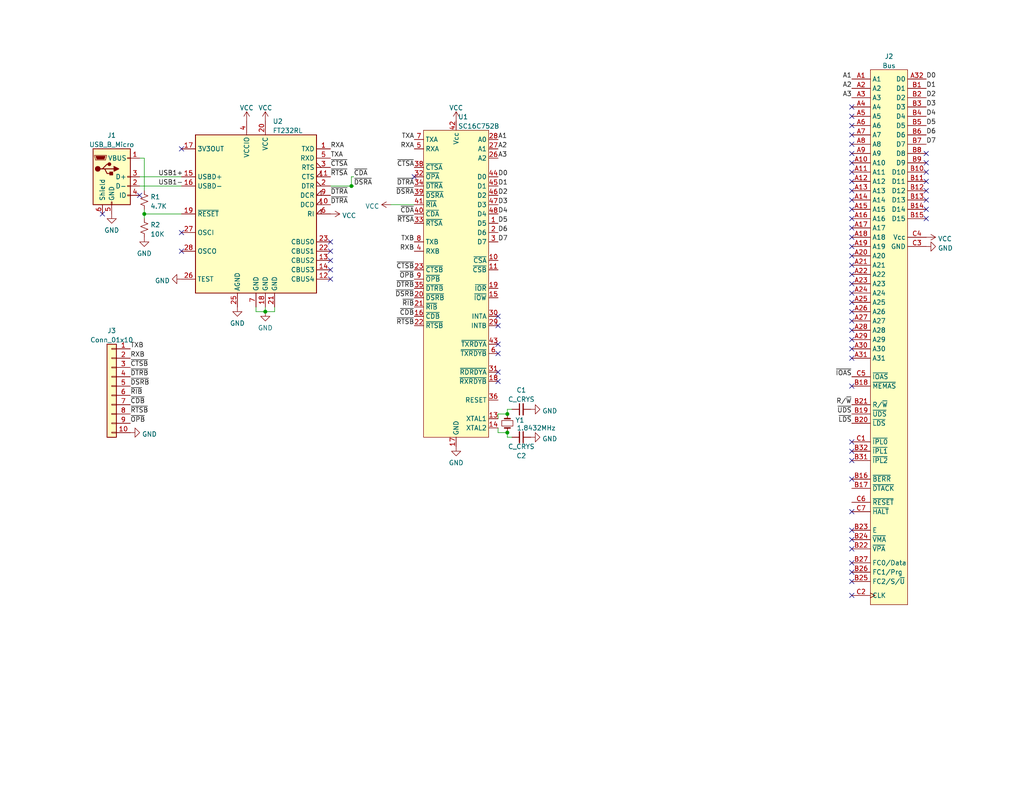
<source format=kicad_sch>
(kicad_sch (version 20211123) (generator eeschema)
  (paper "USLetter")
  (title_block (title "UART Board") (date "2022-10-03") (rev "v1.0.0-dev1"))
  (lib_symbols
    (symbol "Connector:USB_B_Micro" (pin_names (offset 1.016))
      (property "Reference" "J" (at -5.08 11.43 0))
      (property "Value" "USB_B_Micro" (at -5.08 8.89 0))
      (symbol "USB_B_Micro_0_1"
        (rectangle (start -5.08 -7.62) (end 5.08 7.62) (stroke (width 0.254)) (fill (type background)))
        (circle (center -3.81 2.159) (radius 0.635) (stroke (width 0.254)) (fill (type outline)))
        (circle (center -0.635 3.429) (radius 0.381) (stroke (width 0.254)) (fill (type outline)))
        (rectangle (start -0.127 -7.62) (end 0.127 -6.858))
        (polyline (pts (xy -1.905 2.159) (xy 0.635 2.159)) (stroke (width 0.254)))
        (polyline (pts (xy -3.175 2.159) (xy -2.54 2.159) (xy -1.27 3.429) (xy -0.635 3.429)) (stroke (width 0.254)))
        (polyline (pts (xy -2.54 2.159) (xy -1.905 2.159) (xy -1.27 0.889) (xy 0 0.889)) (stroke (width 0.254)))
        (polyline (pts (xy 0.635 2.794) (xy 0.635 1.524) (xy 1.905 2.159) (xy 0.635 2.794)) (stroke (width 0.254)) (fill (type outline)))
        (polyline (pts (xy -4.318 5.588) (xy -1.778 5.588) (xy -2.032 4.826) (xy -4.064 4.826) (xy -4.318 5.588)) (fill (type outline)))
        (polyline (pts (xy -4.699 5.842) (xy -4.699 5.588) (xy -4.445 4.826) (xy -4.445 4.572) (xy -1.651 4.572) (xy -1.651 4.826) (xy -1.397 5.588) (xy -1.397 5.842) (xy -4.699 5.842)))
        (rectangle (start 0.254 1.27) (end -0.508 0.508) (stroke (width 0.254)) (fill (type outline)))
        (rectangle (start 5.08 -5.207) (end 4.318 -4.953))
        (rectangle (start 5.08 -2.667) (end 4.318 -2.413))
        (rectangle (start 5.08 -0.127) (end 4.318 0.127))
        (rectangle (start 5.08 4.953) (end 4.318 5.207))
      )
      (symbol "USB_B_Micro_1_1"
        (pin power_out line (at 7.62 5.08 180) (length 2.54) (name "VBUS") (number "1"))
        (pin bidirectional line (at 7.62 -2.54 180) (length 2.54) (name "D-") (number "2"))
        (pin bidirectional line (at 7.62 0 180) (length 2.54) (name "D+") (number "3"))
        (pin passive line (at 7.62 -5.08 180) (length 2.54) (name "ID") (number "4"))
        (pin power_out line (at 0 -10.16 90) (length 2.54) (name "GND") (number "5"))
        (pin passive line (at -2.54 -10.16 90) (length 2.54) (name "Shield") (number "6"))
      )
    )
    (symbol "Connector_Generic:Conn_01x10" (pin_names (offset 1.016) hide)
      (property "Reference" "J" (at 0 12.7 0))
      (property "Value" "Conn_01x10" (at 0 -15.24 0))
      (symbol "Conn_01x10_1_1"
        (rectangle (start -1.27 -12.573) (end 0 -12.827) (stroke (width 0.1524)))
        (rectangle (start -1.27 -10.033) (end 0 -10.287) (stroke (width 0.1524)))
        (rectangle (start -1.27 -7.493) (end 0 -7.747) (stroke (width 0.1524)))
        (rectangle (start -1.27 -4.953) (end 0 -5.207) (stroke (width 0.1524)))
        (rectangle (start -1.27 -2.413) (end 0 -2.667) (stroke (width 0.1524)))
        (rectangle (start -1.27 0.127) (end 0 -0.127) (stroke (width 0.1524)))
        (rectangle (start -1.27 2.667) (end 0 2.413) (stroke (width 0.1524)))
        (rectangle (start -1.27 5.207) (end 0 4.953) (stroke (width 0.1524)))
        (rectangle (start -1.27 7.747) (end 0 7.493) (stroke (width 0.1524)))
        (rectangle (start -1.27 10.287) (end 0 10.033) (stroke (width 0.1524)))
        (rectangle (start -1.27 11.43) (end 1.27 -13.97) (stroke (width 0.254)) (fill (type background)))
        (pin passive line (at -5.08 10.16 0) (length 3.81) (name "Pin_1") (number "1"))
        (pin passive line (at -5.08 -12.7 0) (length 3.81) (name "Pin_10") (number "10"))
        (pin passive line (at -5.08 7.62 0) (length 3.81) (name "Pin_2") (number "2"))
        (pin passive line (at -5.08 5.08 0) (length 3.81) (name "Pin_3") (number "3"))
        (pin passive line (at -5.08 2.54 0) (length 3.81) (name "Pin_4") (number "4"))
        (pin passive line (at -5.08 0 0) (length 3.81) (name "Pin_5") (number "5"))
        (pin passive line (at -5.08 -2.54 0) (length 3.81) (name "Pin_6") (number "6"))
        (pin passive line (at -5.08 -5.08 0) (length 3.81) (name "Pin_7") (number "7"))
        (pin passive line (at -5.08 -7.62 0) (length 3.81) (name "Pin_8") (number "8"))
        (pin passive line (at -5.08 -10.16 0) (length 3.81) (name "Pin_9") (number "9"))
      )
    )
    (symbol "Device:C_Small" (pin_numbers hide) (pin_names (offset 0.254) hide)
      (property "Reference" "C" (at 0.254 1.778 0))
      (property "Value" "C_Small" (at 0.254 -2.032 0))
      (symbol "C_Small_0_1"
        (polyline (pts (xy -1.524 -0.508) (xy 1.524 -0.508)) (stroke (width 0.3302)))
        (polyline (pts (xy -1.524 0.508) (xy 1.524 0.508)) (stroke (width 0.3048)))
      )
      (symbol "C_Small_1_1"
        (pin passive line (at 0 2.54 270) (length 2.032) (name "~") (number "1"))
        (pin passive line (at 0 -2.54 90) (length 2.032) (name "~") (number "2"))
      )
    )
    (symbol "Device:Crystal_Small" (pin_numbers hide) (pin_names (offset 1.016) hide)
      (property "Reference" "Y" (at 0 2.54 0))
      (property "Value" "Crystal_Small" (at 0 -2.54 0))
      (symbol "Crystal_Small_0_1"
        (rectangle (start -0.762 -1.524) (end 0.762 1.524))
        (polyline (pts (xy -1.27 -0.762) (xy -1.27 0.762)) (stroke (width 0.381)))
        (polyline (pts (xy 1.27 -0.762) (xy 1.27 0.762)) (stroke (width 0.381)))
      )
      (symbol "Crystal_Small_1_1"
        (pin passive line (at -2.54 0 0) (length 1.27) (name "1") (number "1"))
        (pin passive line (at 2.54 0 180) (length 1.27) (name "2") (number "2"))
      )
    )
    (symbol "Device:R_Small_US" (pin_numbers hide) (pin_names (offset 0.254) hide)
      (property "Reference" "R" (at 0.762 0.508 0))
      (property "Value" "R_Small_US" (at 0.762 -1.016 0))
      (symbol "R_Small_US_1_1"
        (polyline (pts (xy 0 0) (xy 1.016 -0.381) (xy 0 -0.762) (xy -1.016 -1.143) (xy 0 -1.524)))
        (polyline (pts (xy 0 1.524) (xy 1.016 1.143) (xy 0 0.762) (xy -1.016 0.381) (xy 0 0)))
        (pin passive line (at 0 2.54 270) (length 1.016) (name "~") (number "1"))
        (pin passive line (at 0 -2.54 90) (length 1.016) (name "~") (number "2"))
      )
    )
    (symbol "Interface_USB:FT232RL"
      (property "Reference" "U" (at -16.51 22.86 0))
      (property "Value" "FT232RL" (at 10.16 22.86 0))
      (symbol "FT232RL_0_1"
        (rectangle (start -16.51 21.59) (end 16.51 -21.59) (stroke (width 0.254)) (fill (type background)))
      )
      (symbol "FT232RL_1_1"
        (pin output line (at 20.32 17.78 180) (length 3.81) (name "TXD") (number "1"))
        (pin input input_low (at 20.32 2.54 180) (length 3.81) (name "DCD") (number "10"))
        (pin input input_low (at 20.32 10.16 180) (length 3.81) (name "CTS") (number "11"))
        (pin bidirectional line (at 20.32 -17.78 180) (length 3.81) (name "CBUS4") (number "12"))
        (pin bidirectional line (at 20.32 -12.7 180) (length 3.81) (name "CBUS2") (number "13"))
        (pin bidirectional line (at 20.32 -15.24 180) (length 3.81) (name "CBUS3") (number "14"))
        (pin bidirectional line (at -20.32 10.16 0) (length 3.81) (name "USBD+") (number "15"))
        (pin bidirectional line (at -20.32 7.62 0) (length 3.81) (name "USBD-") (number "16"))
        (pin power_out line (at -20.32 17.78 0) (length 3.81) (name "3V3OUT") (number "17"))
        (pin power_in line (at 2.54 -25.4 90) (length 3.81) (name "GND") (number "18"))
        (pin input line (at -20.32 0 0) (length 3.81) (name "~{RESET}") (number "19"))
        (pin output output_low (at 20.32 7.62 180) (length 3.81) (name "DTR") (number "2"))
        (pin power_in line (at 2.54 25.4 270) (length 3.81) (name "VCC") (number "20"))
        (pin power_in line (at 5.08 -25.4 90) (length 3.81) (name "GND") (number "21"))
        (pin bidirectional line (at 20.32 -10.16 180) (length 3.81) (name "CBUS1") (number "22"))
        (pin bidirectional line (at 20.32 -7.62 180) (length 3.81) (name "CBUS0") (number "23"))
        (pin power_in line (at -5.08 -25.4 90) (length 3.81) (name "AGND") (number "25"))
        (pin input line (at -20.32 -17.78 0) (length 3.81) (name "TEST") (number "26"))
        (pin input line (at -20.32 -5.08 0) (length 3.81) (name "OSCI") (number "27"))
        (pin output line (at -20.32 -10.16 0) (length 3.81) (name "OSCO") (number "28"))
        (pin output output_low (at 20.32 12.7 180) (length 3.81) (name "RTS") (number "3"))
        (pin power_in line (at -2.54 25.4 270) (length 3.81) (name "VCCIO") (number "4"))
        (pin input line (at 20.32 15.24 180) (length 3.81) (name "RXD") (number "5"))
        (pin input input_low (at 20.32 0 180) (length 3.81) (name "RI") (number "6"))
        (pin power_in line (at 0 -25.4 90) (length 3.81) (name "GND") (number "7"))
        (pin input input_low (at 20.32 5.08 180) (length 3.81) (name "DCR") (number "9"))
      )
    )
    (symbol "parts:Bus"
      (property "Reference" "J4" (at 0 66.04 0))
      (property "Value" "Bus" (at 0 63.5 0))
      (symbol "Bus_0_1"
        (rectangle (start -5.08 62.23) (end 5.08 -83.82) (stroke (width 0.1524)) (fill (type background)))
      )
      (symbol "Bus_1_1"
        (pin tri_state line (at -10.16 59.69 0) (length 5.08) (name "A1") (number "A1"))
        (pin tri_state line (at -10.16 36.83 0) (length 5.08) (name "A10") (number "A10"))
        (pin tri_state line (at -10.16 34.29 0) (length 5.08) (name "A11") (number "A11"))
        (pin tri_state line (at -10.16 31.75 0) (length 5.08) (name "A12") (number "A12"))
        (pin tri_state line (at -10.16 29.21 0) (length 5.08) (name "A13") (number "A13"))
        (pin tri_state line (at -10.16 26.67 0) (length 5.08) (name "A14") (number "A14"))
        (pin tri_state line (at -10.16 24.13 0) (length 5.08) (name "A15") (number "A15"))
        (pin tri_state line (at -10.16 21.59 0) (length 5.08) (name "A16") (number "A16"))
        (pin tri_state line (at -10.16 19.05 0) (length 5.08) (name "A17") (number "A17"))
        (pin tri_state line (at -10.16 16.51 0) (length 5.08) (name "A18") (number "A18"))
        (pin tri_state line (at -10.16 13.97 0) (length 5.08) (name "A19") (number "A19"))
        (pin tri_state line (at -10.16 57.15 0) (length 5.08) (name "A2") (number "A2"))
        (pin tri_state line (at -10.16 11.43 0) (length 5.08) (name "A20") (number "A20"))
        (pin tri_state line (at -10.16 8.89 0) (length 5.08) (name "A21") (number "A21"))
        (pin tri_state line (at -10.16 6.35 0) (length 5.08) (name "A22") (number "A22"))
        (pin tri_state line (at -10.16 3.81 0) (length 5.08) (name "A23") (number "A23"))
        (pin tri_state line (at -10.16 1.27 0) (length 5.08) (name "A24") (number "A24"))
        (pin tri_state line (at -10.16 -1.27 0) (length 5.08) (name "A25") (number "A25"))
        (pin tri_state line (at -10.16 -3.81 0) (length 5.08) (name "A26") (number "A26"))
        (pin tri_state line (at -10.16 -6.35 0) (length 5.08) (name "A27") (number "A27"))
        (pin tri_state line (at -10.16 -8.89 0) (length 5.08) (name "A28") (number "A28"))
        (pin tri_state line (at -10.16 -11.43 0) (length 5.08) (name "A29") (number "A29"))
        (pin tri_state line (at -10.16 54.61 0) (length 5.08) (name "A3") (number "A3"))
        (pin tri_state line (at -10.16 -13.97 0) (length 5.08) (name "A30") (number "A30"))
        (pin tri_state line (at -10.16 -16.51 0) (length 5.08) (name "A31") (number "A31"))
        (pin bidirectional line (at 10.16 59.69 180) (length 5.08) (name "D0") (number "A32"))
        (pin tri_state line (at -10.16 52.07 0) (length 5.08) (name "A4") (number "A4"))
        (pin tri_state line (at -10.16 49.53 0) (length 5.08) (name "A5") (number "A5"))
        (pin tri_state line (at -10.16 46.99 0) (length 5.08) (name "A6") (number "A6"))
        (pin tri_state line (at -10.16 44.45 0) (length 5.08) (name "A7") (number "A7"))
        (pin tri_state line (at -10.16 41.91 0) (length 5.08) (name "A8") (number "A8"))
        (pin tri_state line (at -10.16 39.37 0) (length 5.08) (name "A9") (number "A9"))
        (pin bidirectional line (at 10.16 57.15 180) (length 5.08) (name "D1") (number "B1"))
        (pin bidirectional line (at 10.16 34.29 180) (length 5.08) (name "D10") (number "B10"))
        (pin bidirectional line (at 10.16 31.75 180) (length 5.08) (name "D11") (number "B11"))
        (pin bidirectional line (at 10.16 29.21 180) (length 5.08) (name "D12") (number "B12"))
        (pin bidirectional line (at 10.16 26.67 180) (length 5.08) (name "D13") (number "B13"))
        (pin bidirectional line (at 10.16 24.13 180) (length 5.08) (name "D14") (number "B14"))
        (pin bidirectional line (at 10.16 21.59 180) (length 5.08) (name "D15") (number "B15"))
        (pin input line (at -10.16 -49.53 0) (length 5.08) (name "~{BERR}") (number "B16"))
        (pin input line (at -10.16 -52.07 0) (length 5.08) (name "~{DTACK}") (number "B17"))
        (pin output line (at -10.16 -24.13 0) (length 5.08) (name "~{MEMAS}") (number "B18"))
        (pin tri_state line (at -10.16 -31.75 0) (length 5.08) (name "~{UDS}") (number "B19"))
        (pin bidirectional line (at 10.16 54.61 180) (length 5.08) (name "D2") (number "B2"))
        (pin tri_state line (at -10.16 -34.29 0) (length 5.08) (name "~{LDS}") (number "B20"))
        (pin tri_state line (at -10.16 -29.21 0) (length 5.08) (name "R/~{W}") (number "B21"))
        (pin input line (at -10.16 -68.58 0) (length 5.08) (name "~{VPA}") (number "B22"))
        (pin output line (at -10.16 -63.5 0) (length 5.08) (name "E") (number "B23"))
        (pin output line (at -10.16 -66.04 0) (length 5.08) (name "~{VMA}") (number "B24"))
        (pin output line (at -10.16 -77.47 0) (length 5.08) (name "FC2/S/~{U}") (number "B25"))
        (pin output line (at -10.16 -74.93 0) (length 5.08) (name "FC1/Prg") (number "B26"))
        (pin output line (at -10.16 -72.39 0) (length 5.08) (name "FC0/Data") (number "B27"))
        (pin bidirectional line (at 10.16 52.07 180) (length 5.08) (name "D3") (number "B3"))
        (pin open_collector line (at -10.16 -44.45 0) (length 5.08) (name "~{IPL2}") (number "B31"))
        (pin open_collector line (at -10.16 -41.91 0) (length 5.08) (name "~{IPL1}") (number "B32"))
        (pin bidirectional line (at 10.16 49.53 180) (length 5.08) (name "D4") (number "B4"))
        (pin bidirectional line (at 10.16 46.99 180) (length 5.08) (name "D5") (number "B5"))
        (pin bidirectional line (at 10.16 44.45 180) (length 5.08) (name "D6") (number "B6"))
        (pin bidirectional line (at 10.16 41.91 180) (length 5.08) (name "D7") (number "B7"))
        (pin bidirectional line (at 10.16 39.37 180) (length 5.08) (name "D8") (number "B8"))
        (pin bidirectional line (at 10.16 36.83 180) (length 5.08) (name "D9") (number "B9"))
        (pin open_collector line (at -10.16 -39.37 0) (length 5.08) (name "~{IPL0}") (number "C1"))
        (pin output clock (at -10.16 -81.28 0) (length 5.08) (name "CLK") (number "C2"))
        (pin power_out line (at 10.16 13.97 180) (length 5.08) (name "GND") (number "C3"))
        (pin power_out line (at 10.16 16.51 180) (length 5.08) (name "Vcc") (number "C4"))
        (pin output line (at -10.16 -21.59 0) (length 5.08) (name "~{IOAS}") (number "C5"))
        (pin open_collector line (at -10.16 -55.88 0) (length 5.08) (name "~{RESET}") (number "C6"))
        (pin open_collector line (at -10.16 -58.42 0) (length 5.08) (name "~{HALT}") (number "C7"))
      )
    )
    (symbol "parts:TL16C752D"
      (property "Reference" "U?" (at 0.5206 2.379 0))
      (property "Value" "TL16C752D" (at 0.5206 -0.1579 0))
      (symbol "TL16C752D_0_1"
        (rectangle (start -8.89 -1.27) (end 8.89 -85.09) (stroke (width 0.1524)) (fill (type background)))
      )
      (symbol "TL16C752D_1_1"
        (pin input line (at -11.43 -26.67 0) (length 2.54) (name "D5") (number "1"))
        (pin input line (at -11.43 -36.83 0) (length 2.54) (name "~{CSA}") (number "10"))
        (pin input line (at -11.43 -39.37 0) (length 2.54) (name "~{CSB}") (number "11"))
        (pin input line (at -11.43 -80.01 0) (length 2.54) (name "XTAL1") (number "13"))
        (pin output line (at -11.43 -82.55 0) (length 2.54) (name "XTAL2") (number "14"))
        (pin input line (at -11.43 -46.99 0) (length 2.54) (name "~{IOW}") (number "15"))
        (pin input line (at 11.43 -52.07 180) (length 2.54) (name "~{CDB}") (number "16"))
        (pin power_in line (at 0 -87.63 90) (length 2.54) (name "GND") (number "17"))
        (pin output line (at -11.43 -69.85 0) (length 2.54) (name "~{RXRDYB}") (number "18"))
        (pin input line (at -11.43 -44.45 0) (length 2.54) (name "~{IOR}") (number "19"))
        (pin input line (at -11.43 -29.21 0) (length 2.54) (name "D6") (number "2"))
        (pin input line (at 11.43 -46.99 180) (length 2.54) (name "~{DSRB}") (number "20"))
        (pin input line (at 11.43 -49.53 180) (length 2.54) (name "~{RIB}") (number "21"))
        (pin output line (at 11.43 -54.61 180) (length 2.54) (name "~{RTSB}") (number "22"))
        (pin input line (at 11.43 -39.37 180) (length 2.54) (name "~{CTSB}") (number "23"))
        (pin input line (at -11.43 -8.89 0) (length 2.54) (name "A2") (number "26"))
        (pin input line (at -11.43 -6.35 0) (length 2.54) (name "A1") (number "27"))
        (pin input line (at -11.43 -3.81 0) (length 2.54) (name "A0") (number "28"))
        (pin output line (at -11.43 -54.61 0) (length 2.54) (name "INTB") (number "29"))
        (pin input line (at -11.43 -31.75 0) (length 2.54) (name "D7") (number "3"))
        (pin output line (at -11.43 -52.07 0) (length 2.54) (name "INTA") (number "30"))
        (pin output line (at -11.43 -67.31 0) (length 2.54) (name "~{RDRDYA}") (number "31"))
        (pin output line (at 11.43 -13.97 180) (length 2.54) (name "~{OPA}") (number "32"))
        (pin output line (at 11.43 -26.67 180) (length 2.54) (name "~{RTSA}") (number "33"))
        (pin output line (at 11.43 -16.51 180) (length 2.54) (name "~{DTRA}") (number "34"))
        (pin output line (at 11.43 -44.45 180) (length 2.54) (name "~{DTRB}") (number "35"))
        (pin input line (at -11.43 -74.93 0) (length 2.54) (name "RESET") (number "36"))
        (pin input line (at 11.43 -11.43 180) (length 2.54) (name "~{CTSA}") (number "38"))
        (pin input line (at 11.43 -19.05 180) (length 2.54) (name "~{DSRA}") (number "39"))
        (pin input line (at 11.43 -34.29 180) (length 2.54) (name "RXB") (number "4"))
        (pin input line (at 11.43 -24.13 180) (length 2.54) (name "~{CDA}") (number "40"))
        (pin input line (at 11.43 -21.59 180) (length 2.54) (name "~{RIA}") (number "41"))
        (pin power_in line (at 0 1.27 270) (length 2.54) (name "Vcc") (number "42"))
        (pin output line (at -11.43 -59.69 0) (length 2.54) (name "~{TXRDYA}") (number "43"))
        (pin input line (at -11.43 -13.97 0) (length 2.54) (name "D0") (number "44"))
        (pin input line (at -11.43 -16.51 0) (length 2.54) (name "D1") (number "45"))
        (pin input line (at -11.43 -19.05 0) (length 2.54) (name "D2") (number "46"))
        (pin input line (at -11.43 -21.59 0) (length 2.54) (name "D3") (number "47"))
        (pin input line (at -11.43 -24.13 0) (length 2.54) (name "D4") (number "48"))
        (pin input line (at 11.43 -6.35 180) (length 2.54) (name "RXA") (number "5"))
        (pin output line (at -11.43 -62.23 0) (length 2.54) (name "~{TXRDYB}") (number "6"))
        (pin output line (at 11.43 -3.81 180) (length 2.54) (name "TXA") (number "7"))
        (pin output line (at 11.43 -31.75 180) (length 2.54) (name "TXB") (number "8"))
        (pin output line (at 11.43 -41.91 180) (length 2.54) (name "~{OPB}") (number "9"))
      )
    )
    (symbol "power:GND" (power) (pin_names (offset 0))
      (property "Value" "GND" (at 0 -3.81 0))
      (symbol "GND_0_1"
        (polyline (pts (xy 0 0) (xy 0 -1.27) (xy 1.27 -1.27) (xy 0 -2.54) (xy -1.27 -1.27) (xy 0 -1.27)))
      )
      (symbol "GND_1_1"
        (pin power_in line (at 0 0 270) (length 0) hide (name "GND") (number "1"))
      )
    )
    (symbol "power:VCC" (power) (pin_names (offset 0))
      (property "Value" "VCC" (at 0 3.81 0))
      (symbol "VCC_0_1"
        (polyline (pts (xy -0.762 1.27) (xy 0 2.54)))
        (polyline (pts (xy 0 0) (xy 0 2.54)))
        (polyline (pts (xy 0 2.54) (xy 0.762 1.27)))
      )
      (symbol "VCC_1_1"
        (pin power_in line (at 0 0 90) (length 0) hide (name "VCC") (number "1"))
      )
    )
  )
  (junction (at 95.885 50.8))
  (junction (at 138.43 118.11))
  (junction (at 39.37 58.42))
  (junction (at 138.43 113.03))
  (junction (at 72.39 85.09))
  (no_connect (at 252.73 59.69))
  (no_connect (at 232.41 105.41))
  (no_connect (at 232.41 120.65))
  (no_connect (at 232.41 139.7))
  (no_connect (at 232.41 144.78))
  (no_connect (at 90.17 71.12))
  (no_connect (at 252.73 54.61))
  (no_connect (at 232.41 85.09))
  (no_connect (at 252.73 44.45))
  (no_connect (at 135.89 104.14))
  (no_connect (at 232.41 123.19))
  (no_connect (at 135.89 96.52))
  (no_connect (at 232.41 80.01))
  (no_connect (at 232.41 153.67))
  (no_connect (at 232.41 95.25))
  (no_connect (at 252.73 46.99))
  (no_connect (at 232.41 54.61))
  (no_connect (at 49.53 63.5))
  (no_connect (at 49.53 68.58))
  (no_connect (at 49.53 40.64))
  (no_connect (at 90.17 66.04))
  (no_connect (at 252.73 52.07))
  (no_connect (at 232.41 162.56))
  (no_connect (at 232.41 147.32))
  (no_connect (at 232.41 34.29))
  (no_connect (at 252.73 57.15))
  (no_connect (at 232.41 69.85))
  (no_connect (at 232.41 67.31))
  (no_connect (at 232.41 36.83))
  (no_connect (at 232.41 156.21))
  (no_connect (at 252.73 49.53))
  (no_connect (at 232.41 46.99))
  (no_connect (at 232.41 72.39))
  (no_connect (at 232.41 158.75))
  (no_connect (at 232.41 130.81))
  (no_connect (at 252.73 41.91))
  (no_connect (at 135.89 88.9))
  (no_connect (at 232.41 31.75))
  (no_connect (at 232.41 92.71))
  (no_connect (at 232.41 125.73))
  (no_connect (at 232.41 59.69))
  (no_connect (at 232.41 87.63))
  (no_connect (at 135.89 86.36))
  (no_connect (at 232.41 149.86))
  (no_connect (at 113.03 48.26))
  (no_connect (at 232.41 52.07))
  (no_connect (at 232.41 77.47))
  (no_connect (at 232.41 29.21))
  (no_connect (at 232.41 49.53))
  (no_connect (at 90.17 68.58))
  (no_connect (at 135.89 101.6))
  (no_connect (at 232.41 90.17))
  (no_connect (at 232.41 39.37))
  (no_connect (at 232.41 64.77))
  (no_connect (at 232.41 74.93))
  (no_connect (at 232.41 44.45))
  (no_connect (at 232.41 97.79))
  (no_connect (at 232.41 82.55))
  (no_connect (at 232.41 62.23))
  (no_connect (at 232.41 57.15))
  (no_connect (at 135.89 93.98))
  (no_connect (at 90.17 76.2))
  (no_connect (at 27.94 58.42))
  (no_connect (at 38.1 53.34))
  (no_connect (at 90.17 73.66))
  (no_connect (at 232.41 41.91))
  (wire (pts (xy 135.89 118.11) (xy 138.43 118.11)))
  (wire (pts (xy 39.37 57.15) (xy 39.37 58.42)))
  (wire (pts (xy 135.89 113.03) (xy 135.89 114.3)))
  (wire (pts (xy 72.39 85.09) (xy 72.39 83.82)))
  (wire (pts (xy 72.39 85.09) (xy 74.93 85.09)))
  (wire (pts (xy 106.68 55.88) (xy 113.03 55.88)))
  (wire (pts (xy 38.1 50.8) (xy 49.53 50.8)))
  (wire (pts (xy 138.43 111.76) (xy 139.7 111.76)))
  (wire (pts (xy 95.885 48.26) (xy 95.885 50.8)))
  (wire (pts (xy 135.89 116.84) (xy 135.89 118.11)))
  (wire (pts (xy 96.52 48.26) (xy 95.885 48.26)))
  (wire (pts (xy 95.885 50.8) (xy 96.52 50.8)))
  (wire (pts (xy 139.7 119.38) (xy 138.43 119.38)))
  (wire (pts (xy 38.1 48.26) (xy 49.53 48.26)))
  (wire (pts (xy 69.85 85.09) (xy 72.39 85.09)))
  (wire (pts (xy 74.93 85.09) (xy 74.93 83.82)))
  (wire (pts (xy 39.37 52.07) (xy 39.37 43.18)))
  (wire (pts (xy 39.37 58.42) (xy 39.37 59.69)))
  (wire (pts (xy 138.43 113.03) (xy 135.89 113.03)))
  (wire (pts (xy 39.37 58.42) (xy 49.53 58.42)))
  (wire (pts (xy 90.17 50.8) (xy 95.885 50.8)))
  (wire (pts (xy 69.85 83.82) (xy 69.85 85.09)))
  (wire (pts (xy 138.43 113.03) (xy 138.43 111.76)))
  (wire (pts (xy 39.37 43.18) (xy 38.1 43.18)))
  (wire (pts (xy 138.43 119.38) (xy 138.43 118.11)))
  (label "D1" (at 252.73 24.13 0))
  (label "D3" (at 135.89 55.88 0))
  (label "D7" (at 135.89 66.04 0))
  (label "~{DSRA}" (at 96.52 50.8 0))
  (label "TXA" (at 90.17 43.18 0))
  (label "~{DSRB}" (at 113.03 81.28 180))
  (label "~{RTSA}" (at 90.17 48.26 0))
  (label "D4" (at 135.89 58.42 0))
  (label "~{RTSA}" (at 113.03 60.96 180))
  (label "~{CDA}" (at 96.52 48.26 0))
  (label "~{CDB}" (at 35.56 110.49 0))
  (label "TXB" (at 113.03 66.04 180))
  (label "A3" (at 232.41 26.67 180))
  (label "~{DTRA}" (at 113.03 50.8 180))
  (label "~{DSRA}" (at 113.03 53.34 180))
  (label "D4" (at 252.73 31.75 0))
  (label "D1" (at 135.89 50.8 0))
  (label "D0" (at 252.73 21.59 0))
  (label "~{DTRA}" (at 90.17 53.34 0))
  (label "~{OPB}" (at 113.03 76.2 180))
  (label "~{CTSB}" (at 35.56 100.33 0))
  (label "A2" (at 135.89 40.64 0))
  (label "A1" (at 135.89 38.1 0))
  (label "~{RTSB}" (at 35.56 113.03 0))
  (label "R{slash}~{W}" (at 232.41 110.49 180))
  (label "D7" (at 252.73 39.37 0))
  (label "D0" (at 135.89 48.26 0))
  (label "TXB" (at 35.56 95.25 0))
  (label "~{RIB}" (at 113.03 83.82 180))
  (label "~{DTRB}" (at 35.56 102.87 0))
  (label "A2" (at 232.41 24.13 180))
  (label "~{CTSA}" (at 113.03 45.72 180))
  (label "USB1+" (at 43.18 48.26 0))
  (label "D6" (at 252.73 36.83 0))
  (label "D2" (at 252.73 26.67 0))
  (label "D2" (at 135.89 53.34 0))
  (label "~{UDS}" (at 232.41 113.03 180))
  (label "USB1-" (at 43.18 50.8 0))
  (label "~{DSRB}" (at 35.56 105.41 0))
  (label "~{DTRA}" (at 90.17 55.88 0))
  (label "RXA" (at 90.17 40.64 0))
  (label "~{RTSB}" (at 113.03 88.9 180))
  (label "~{DTRB}" (at 113.03 78.74 180))
  (label "TXA" (at 113.03 38.1 180))
  (label "D6" (at 135.89 63.5 0))
  (label "D3" (at 252.73 29.21 0))
  (label "A1" (at 232.41 21.59 180))
  (label "D5" (at 252.73 34.29 0))
  (label "RXB" (at 113.03 68.58 180))
  (label "RXA" (at 113.03 40.64 180))
  (label "~{LDS}" (at 232.41 115.57 180))
  (label "~{CTSB}" (at 113.03 73.66 180))
  (label "A3" (at 135.89 43.18 0))
  (label "D5" (at 135.89 60.96 0))
  (label "~{IOAS}" (at 232.41 102.87 180))
  (label "~{RIB}" (at 35.56 107.95 0))
  (label "~{CDB}" (at 113.03 86.36 180))
  (label "RXB" (at 35.56 97.79 0))
  (label "~{CTSA}" (at 90.17 45.72 0))
  (label "~{OPB}" (at 35.56 115.57 0))
  (label "~{CDA}" (at 113.03 58.42 180))
  (symbol (lib_id "power:VCC") (at 72.39 33.02 0) (unit 1)
    (property "Reference" "#PWR0112" (effects hide))
    (property "Value" "VCC" (at 72.39 29.4442 0))
  )
  (symbol (lib_id "power:GND") (at 39.37 64.77 0) (unit 1)
    (property "Reference" "#PWR0109" (effects hide))
    (property "Value" "GND" (at 39.37 69.2134 0))
  )
  (symbol (lib_id "power:VCC") (at 67.31 33.02 0) (unit 1)
    (property "Reference" "#PWR0113" (effects hide))
    (property "Value" "VCC" (at 67.31 29.4442 0))
  )
  (symbol (lib_id "Device:C_Small") (at 142.24 111.76 90) (unit 1)
    (property "Reference" "C1" (at 142.2463 106.4981 90))
    (property "Value" "C_CRYS" (at 142.2463 109.035 90))
  )
  (symbol (lib_id "Device:R_Small_US") (at 39.37 62.23 0) (unit 1)
    (property "Reference" "R2" (at 41.021 61.3953 0) (effects (justify left)))
    (property "Value" "10K" (at 41.021 63.9322 0) (effects (justify left)))
  )
  (symbol (lib_id "parts:Bus") (at 242.57 81.28 0) (unit 1)
    (property "Reference" "J2" (at 242.57 15.401 0))
    (property "Value" "Bus" (at 242.57 17.9379 0))
    (property "Footprint" "536366-6:TE_536366-6" (effects hide))
    (property "Mouser Part Number" "617-09-03-196-7921" (effects hide))
  )
  (symbol (lib_id "power:GND") (at 252.73 67.31 90) (unit 1)
    (property "Reference" "#PWR0110" (effects hide))
    (property "Value" "GND" (at 255.905 67.7438 90) (effects (justify right)))
  )
  (symbol (lib_id "power:VCC") (at 252.73 64.77 270) (unit 1)
    (property "Reference" "#PWR0111" (effects hide))
    (property "Value" "VCC" (at 255.905 65.2038 90) (effects (justify left)))
  )
  (symbol (lib_id "power:GND") (at 64.77 83.82 0) (unit 1)
    (property "Reference" "#PWR0105" (effects hide))
    (property "Value" "GND" (at 64.77 88.2634 0))
  )
  (symbol (lib_id "power:GND") (at 144.78 111.76 90) (unit 1)
    (property "Reference" "#PWR0102" (effects hide))
    (property "Value" "GND" (at 147.955 112.1938 90) (effects (justify right)))
  )
  (symbol (lib_id "Device:R_Small_US") (at 39.37 54.61 0) (unit 1)
    (property "Reference" "R1" (at 41.021 53.7753 0) (effects (justify left)))
    (property "Value" "4.7K" (at 41.021 56.3122 0) (effects (justify left)))
  )
  (symbol (lib_id "Connector_Generic:Conn_01x10") (at 30.48 105.41 0) (mirror y) (unit 1)
    (property "Reference" "J3" (at 30.48 90.2802 0))
    (property "Value" "Conn_01x10" (at 30.48 92.8171 0))
  )
  (symbol (lib_id "power:GND") (at 30.48 58.42 0) (unit 1)
    (property "Reference" "#PWR0104" (effects hide))
    (property "Value" "GND" (at 30.48 62.8634 0))
  )
  (symbol (lib_id "power:GND") (at 72.39 85.09 0) (unit 1)
    (property "Reference" "#PWR0106" (effects hide))
    (property "Value" "GND" (at 72.39 89.5334 0))
  )
  (symbol (lib_id "power:GND") (at 35.56 118.11 90) (unit 1)
    (property "Reference" "#PWR0108" (effects hide))
    (property "Value" "GND" (at 38.735 118.5438 90) (effects (justify right)))
  )
  (symbol (lib_id "Device:Crystal_Small") (at 138.43 115.57 90) (unit 1)
    (property "Reference" "Y1" (at 140.589 114.7353 90) (effects (justify right)))
    (property "Value" "1.8432MHz" (at 140.97 116.84 90) (effects (justify right)))
    (property "Footprint" "Crystal:Crystal_HC49-4H_Vertical" (effects hide))
    (property "Mouser Part Number" "815-AB-1.8432-B2" (effects hide))
  )
  (symbol (lib_id "power:VCC") (at 90.17 58.42 270) (unit 1)
    (property "Reference" "#PWR0114" (effects hide))
    (property "Value" "VCC" (at 93.345 58.8538 90) (effects (justify left)))
  )
  (symbol (lib_id "power:VCC") (at 106.68 55.88 90) (unit 1)
    (property "Reference" "#PWR0115" (effects hide))
    (property "Value" "VCC" (at 103.505 56.3138 90) (effects (justify left)))
  )
  (symbol (lib_id "parts:TL16C752D") (at 124.46 34.29 0) (mirror y) (unit 1)
    (property "Reference" "U1" (at 124.9806 31.911 0) (effects (justify right)))
    (property "Value" "SC16C752B" (at 124.9806 34.4479 0) (effects (justify right)))
    (property "Footprint" "Package_QFP:LQFP-48_7x7mm_P0.5mm" (effects hide))
    (property "Datasheet" "https://www.ti.com/lit/gpn/tl16c752d" (effects hide))
    (property "Mouser Part Number" "595-TL16C752DPFBR" (effects hide))
  )
  (symbol (lib_id "power:GND") (at 144.78 119.38 90) (unit 1)
    (property "Reference" "#PWR0103" (effects hide))
    (property "Value" "GND" (at 147.955 119.8138 90) (effects (justify right)))
  )
  (symbol (lib_id "power:GND") (at 124.46 121.92 0) (unit 1)
    (property "Reference" "#PWR0101" (effects hide))
    (property "Value" "GND" (at 124.46 126.3634 0))
  )
  (symbol (lib_id "Device:C_Small") (at 142.24 119.38 270) (unit 1)
    (property "Reference" "C2" (at 142.24 124.46 90))
    (property "Value" "C_CRYS" (at 142.24 121.92 90))
  )
  (symbol (lib_id "power:VCC") (at 124.46 33.02 0) (unit 1)
    (property "Reference" "#PWR0116" (effects hide))
    (property "Value" "VCC" (at 124.46 29.4442 0))
  )
  (symbol (lib_id "power:GND") (at 49.53 76.2 270) (unit 1)
    (property "Reference" "#PWR0107" (effects hide))
    (property "Value" "GND" (at 46.3551 76.6338 90) (effects (justify right)))
  )
  (symbol (lib_id "Connector:USB_B_Micro") (at 30.48 48.26 0) (unit 1)
    (property "Reference" "J1" (at 30.48 36.9402 0))
    (property "Value" "USB_B_Micro" (at 30.48 39.4771 0))
    (property "Footprint" "Connector_USB:USB_Micro-B_Amphenol_10118194_Horizontal" (effects hide))
    (property "Mouser Part Number" "649-10118194-0001LF" (effects hide))
  )
  (symbol (lib_id "Interface_USB:FT232RL") (at 69.85 58.42 0) (unit 1)
    (property "Reference" "U2" (at 74.4094 33.1302 0) (effects (justify left)))
    (property "Value" "FT232RL" (at 74.4094 35.6671 0) (effects (justify left)))
    (property "Footprint" "Package_SO:SSOP-28_5.3x10.2mm_P0.65mm" (effects hide))
    (property "Datasheet" "https://www.ftdichip.com/Support/Documents/DataSheets/ICs/DS_FT232R.pdf" (effects hide))
    (property "Mouser Part Number" "895-FT232RL-TUBE" (effects hide))
  )
)
</source>
